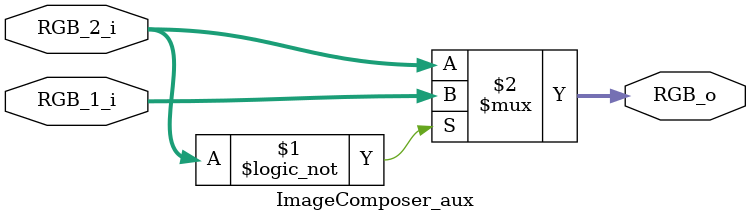
<source format=sv>
module ImageComposer_aux(RGB_1_i,RGB_2_i,RGB_o);
input logic [23:0] RGB_1_i,RGB_2_i;
output logic [23:0] RGB_o;

assign RGB_o= (RGB_2_i==0)? RGB_1_i:RGB_2_i;

endmodule
</source>
